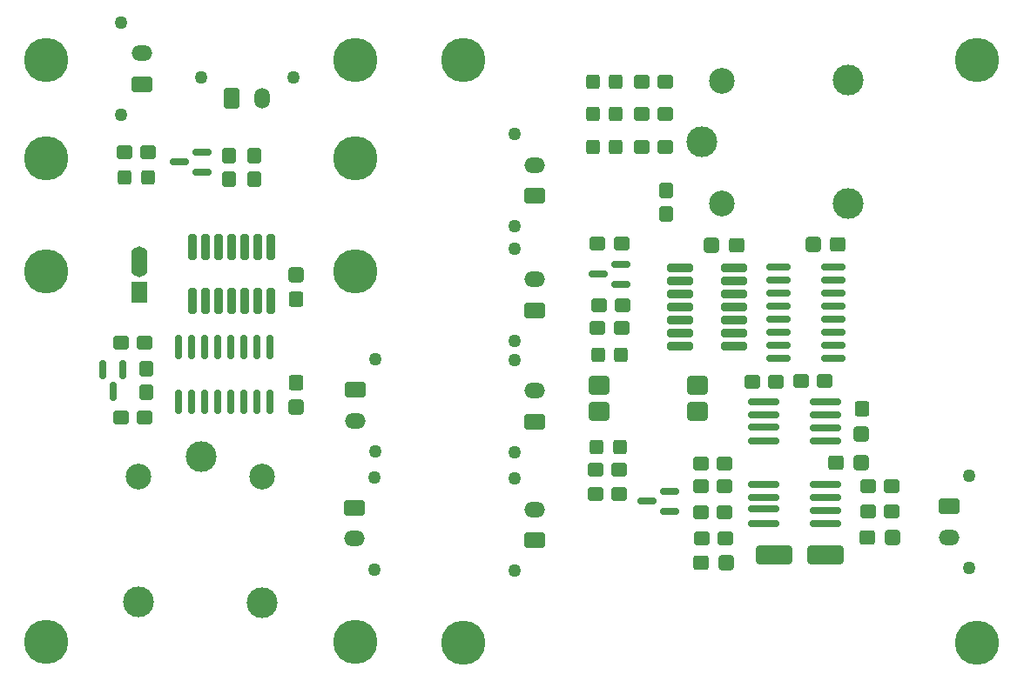
<source format=gbr>
%TF.GenerationSoftware,KiCad,Pcbnew,9.0.2*%
%TF.CreationDate,2025-09-30T17:54:07+08:00*%
%TF.ProjectId,IMD_TSMS_latch_logic,494d445f-5453-44d5-935f-6c617463685f,rev?*%
%TF.SameCoordinates,Original*%
%TF.FileFunction,Soldermask,Top*%
%TF.FilePolarity,Negative*%
%FSLAX46Y46*%
G04 Gerber Fmt 4.6, Leading zero omitted, Abs format (unit mm)*
G04 Created by KiCad (PCBNEW 9.0.2) date 2025-09-30 17:54:07*
%MOMM*%
%LPD*%
G01*
G04 APERTURE LIST*
G04 Aperture macros list*
%AMRoundRect*
0 Rectangle with rounded corners*
0 $1 Rounding radius*
0 $2 $3 $4 $5 $6 $7 $8 $9 X,Y pos of 4 corners*
0 Add a 4 corners polygon primitive as box body*
4,1,4,$2,$3,$4,$5,$6,$7,$8,$9,$2,$3,0*
0 Add four circle primitives for the rounded corners*
1,1,$1+$1,$2,$3*
1,1,$1+$1,$4,$5*
1,1,$1+$1,$6,$7*
1,1,$1+$1,$8,$9*
0 Add four rect primitives between the rounded corners*
20,1,$1+$1,$2,$3,$4,$5,0*
20,1,$1+$1,$4,$5,$6,$7,0*
20,1,$1+$1,$6,$7,$8,$9,0*
20,1,$1+$1,$8,$9,$2,$3,0*%
G04 Aperture macros list end*
%ADD10C,4.300000*%
%ADD11RoundRect,0.278125X0.474375X0.389375X-0.474375X0.389375X-0.474375X-0.389375X0.474375X-0.389375X0*%
%ADD12RoundRect,0.150000X0.750000X0.150000X-0.750000X0.150000X-0.750000X-0.150000X0.750000X-0.150000X0*%
%ADD13C,3.000000*%
%ADD14C,2.500000*%
%ADD15RoundRect,0.278125X-0.474375X-0.389375X0.474375X-0.389375X0.474375X0.389375X-0.474375X0.389375X0*%
%ADD16RoundRect,0.293478X0.381522X0.406522X-0.381522X0.406522X-0.381522X-0.406522X0.381522X-0.406522X0*%
%ADD17RoundRect,0.120600X-0.281400X1.111400X-0.281400X-1.111400X0.281400X-1.111400X0.281400X1.111400X0*%
%ADD18RoundRect,0.122100X-0.284900X1.109900X-0.284900X-1.109900X0.284900X-1.109900X0.284900X1.109900X0*%
%ADD19RoundRect,0.305575X0.460025X0.412525X-0.460025X0.412525X-0.460025X-0.412525X0.460025X-0.412525X0*%
%ADD20RoundRect,0.308511X0.457089X0.416489X-0.457089X0.416489X-0.457089X-0.416489X0.457089X-0.416489X0*%
%ADD21C,1.270000*%
%ADD22RoundRect,0.250001X-0.759999X0.499999X-0.759999X-0.499999X0.759999X-0.499999X0.759999X0.499999X0*%
%ADD23O,2.020000X1.500000*%
%ADD24RoundRect,0.278125X0.389375X-0.474375X0.389375X0.474375X-0.389375X0.474375X-0.389375X-0.474375X0*%
%ADD25RoundRect,0.250001X0.759999X-0.499999X0.759999X0.499999X-0.759999X0.499999X-0.759999X-0.499999X0*%
%ADD26RoundRect,0.150000X-1.350000X-0.150000X1.350000X-0.150000X1.350000X0.150000X-1.350000X0.150000X0*%
%ADD27RoundRect,0.150000X-1.337500X-0.150000X1.337500X-0.150000X1.337500X0.150000X-1.337500X0.150000X0*%
%ADD28R,1.600000X2.000000*%
%ADD29O,1.600000X3.000000*%
%ADD30RoundRect,0.250001X-0.499999X-0.759999X0.499999X-0.759999X0.499999X0.759999X-0.499999X0.759999X0*%
%ADD31O,1.500000X2.020000*%
%ADD32RoundRect,0.249999X-0.750001X-0.640001X0.750001X-0.640001X0.750001X0.640001X-0.750001X0.640001X0*%
%ADD33RoundRect,0.150000X-0.150000X0.750000X-0.150000X-0.750000X0.150000X-0.750000X0.150000X0.750000X0*%
%ADD34RoundRect,0.278125X-0.389375X0.474375X-0.389375X-0.474375X0.389375X-0.474375X0.389375X0.474375X0*%
%ADD35RoundRect,0.305575X-0.460025X-0.412525X0.460025X-0.412525X0.460025X0.412525X-0.460025X0.412525X0*%
%ADD36RoundRect,0.308511X-0.457089X-0.416489X0.457089X-0.416489X0.457089X0.416489X-0.457089X0.416489X0*%
%ADD37RoundRect,0.150000X-0.150000X1.000000X-0.150000X-1.000000X0.150000X-1.000000X0.150000X1.000000X0*%
%ADD38RoundRect,0.151250X-0.151250X0.998750X-0.151250X-0.998750X0.151250X-0.998750X0.151250X0.998750X0*%
%ADD39RoundRect,0.148750X-0.148750X1.001250X-0.148750X-1.001250X0.148750X-1.001250X0.148750X1.001250X0*%
%ADD40RoundRect,0.120600X-1.111400X-0.281400X1.111400X-0.281400X1.111400X0.281400X-1.111400X0.281400X0*%
%ADD41RoundRect,0.122100X-1.109900X-0.284900X1.109900X-0.284900X1.109900X0.284900X-1.109900X0.284900X0*%
%ADD42RoundRect,0.250000X-1.500000X-0.650000X1.500000X-0.650000X1.500000X0.650000X-1.500000X0.650000X0*%
%ADD43RoundRect,0.305575X-0.412525X0.460025X-0.412525X-0.460025X0.412525X-0.460025X0.412525X0.460025X0*%
%ADD44RoundRect,0.308511X-0.416489X0.457089X-0.416489X-0.457089X0.416489X-0.457089X0.416489X0.457089X0*%
%ADD45RoundRect,0.305575X0.412525X-0.460025X0.412525X0.460025X-0.412525X0.460025X-0.412525X-0.460025X0*%
%ADD46RoundRect,0.308511X0.416489X-0.457089X0.416489X0.457089X-0.416489X0.457089X-0.416489X-0.457089X0*%
%ADD47RoundRect,0.150000X-1.000000X-0.150000X1.000000X-0.150000X1.000000X0.150000X-1.000000X0.150000X0*%
%ADD48RoundRect,0.151250X-0.998750X-0.151250X0.998750X-0.151250X0.998750X0.151250X-0.998750X0.151250X0*%
%ADD49RoundRect,0.148750X-1.001250X-0.148750X1.001250X-0.148750X1.001250X0.148750X-1.001250X0.148750X0*%
G04 APERTURE END LIST*
D10*
%TO.C,H12*%
X115000000Y-85000000D03*
%TD*%
D11*
%TO.C,R5*%
X167157500Y-116882500D03*
X164852500Y-116882500D03*
%TD*%
%TO.C,R17*%
X145152500Y-83850000D03*
X142847500Y-83850000D03*
%TD*%
D12*
%TO.C,Q5*%
X145605000Y-119300000D03*
X145605000Y-117400000D03*
X143405000Y-118350000D03*
%TD*%
D13*
%TO.C,K1*%
X148755000Y-83350000D03*
D14*
X150705000Y-89400000D03*
D13*
X162905000Y-89400000D03*
X162955000Y-77350000D03*
D14*
X150705000Y-77400000D03*
%TD*%
D15*
%TO.C,R10*%
X138597500Y-101467500D03*
X140902500Y-101467500D03*
%TD*%
D16*
%TO.C,D6*%
X140375000Y-77500000D03*
X138125000Y-77500000D03*
%TD*%
D12*
%TO.C,Q2*%
X100100000Y-86285000D03*
X100100000Y-84385000D03*
X97900000Y-85335000D03*
%TD*%
D15*
%TO.C,R12*%
X138352500Y-115317500D03*
X140657500Y-115317500D03*
%TD*%
D11*
%TO.C,R19*%
X145152500Y-77533552D03*
X142847500Y-77533552D03*
%TD*%
D12*
%TO.C,Q6*%
X140850000Y-97200000D03*
X140850000Y-95300000D03*
X138650000Y-96250000D03*
%TD*%
D17*
%TO.C,U4*%
X106810000Y-93630000D03*
X105540000Y-93630000D03*
X104270000Y-93630000D03*
X103000000Y-93630000D03*
X101730000Y-93630000D03*
X100460000Y-93630000D03*
X99190000Y-93630000D03*
X99190000Y-98870000D03*
D18*
X100455000Y-98870000D03*
D17*
X101730000Y-98870000D03*
X103000000Y-98870000D03*
X104270000Y-98870000D03*
X105540000Y-98870000D03*
X106810000Y-98870000D03*
%TD*%
D19*
%TO.C,C6*%
X161970600Y-93356900D03*
D20*
X159539400Y-93350000D03*
%TD*%
D10*
%TO.C,H1*%
X175502500Y-132120000D03*
%TD*%
D15*
%TO.C,R1*%
X164852500Y-119317500D03*
X167157500Y-119317500D03*
%TD*%
D21*
%TO.C,J8*%
X116960000Y-104500000D03*
X116960000Y-113500000D03*
D22*
X115000000Y-107500000D03*
D23*
X115000000Y-110500000D03*
%TD*%
D11*
%TO.C,R23*%
X150907500Y-116882500D03*
X148602500Y-116882500D03*
%TD*%
D24*
%TO.C,R20*%
X105217500Y-86987500D03*
X105217500Y-84682500D03*
%TD*%
D21*
%TO.C,J7*%
X130540000Y-102750000D03*
X130540000Y-93750000D03*
D25*
X132500000Y-99750000D03*
D23*
X132500000Y-96750000D03*
%TD*%
D10*
%TO.C,H11*%
X85000000Y-85000000D03*
%TD*%
D26*
%TO.C,U6*%
X154755000Y-108695000D03*
X154755000Y-109965000D03*
D27*
X154742500Y-111100000D03*
D26*
X154755000Y-112505000D03*
X160755000Y-112505000D03*
X160755000Y-111235000D03*
X160755000Y-109965000D03*
X160755000Y-108695000D03*
%TD*%
D28*
%TO.C,C8*%
X94000000Y-98000000D03*
D29*
X94000000Y-95000000D03*
%TD*%
D24*
%TO.C,R22*%
X145217500Y-90402500D03*
X145217500Y-88097500D03*
%TD*%
D11*
%TO.C,R3*%
X140902500Y-93282500D03*
X138597500Y-93282500D03*
%TD*%
D21*
%TO.C,SW1*%
X130477500Y-125132500D03*
X130477500Y-116132500D03*
D25*
X132437500Y-122132500D03*
D23*
X132437500Y-119132500D03*
%TD*%
D21*
%TO.C,J6*%
X100000000Y-77125000D03*
X109000000Y-77125000D03*
D30*
X103000000Y-79085000D03*
D31*
X106000000Y-79085000D03*
%TD*%
D32*
%TO.C,U5*%
X138740000Y-107080000D03*
X138740000Y-109620000D03*
X148270000Y-109620000D03*
X148270000Y-107080000D03*
%TD*%
D10*
%TO.C,H10*%
X115000000Y-75370000D03*
%TD*%
D21*
%TO.C,J3*%
X130545000Y-91600000D03*
X130545000Y-82600000D03*
D25*
X132505000Y-88600000D03*
D23*
X132505000Y-85600000D03*
%TD*%
D15*
%TO.C,R26*%
X92262500Y-102912500D03*
X94567500Y-102912500D03*
%TD*%
D21*
%TO.C,J9*%
X116875000Y-116000000D03*
X116875000Y-125000000D03*
D22*
X114915000Y-119000000D03*
D23*
X114915000Y-122000000D03*
%TD*%
D19*
%TO.C,C5*%
X152070600Y-93471900D03*
D20*
X149639400Y-93465000D03*
%TD*%
D11*
%TO.C,R7*%
X150907500Y-119382500D03*
X148602500Y-119382500D03*
%TD*%
%TO.C,R21*%
X94902500Y-84367500D03*
X92597500Y-84367500D03*
%TD*%
D10*
%TO.C,H3*%
X125502500Y-75370000D03*
%TD*%
%TO.C,H4*%
X175502500Y-75370000D03*
%TD*%
D33*
%TO.C,Q3*%
X92397500Y-105497500D03*
X90497500Y-105497500D03*
X91447500Y-107697500D03*
%TD*%
D34*
%TO.C,R27*%
X94730000Y-105445000D03*
X94730000Y-107750000D03*
%TD*%
D10*
%TO.C,H7*%
X85000000Y-132000000D03*
%TD*%
D35*
%TO.C,C2*%
X148636900Y-124343100D03*
D36*
X151068100Y-124350000D03*
%TD*%
D35*
%TO.C,C1*%
X164789400Y-121843100D03*
D36*
X167220600Y-121850000D03*
%TD*%
D35*
%TO.C,C9*%
X161789400Y-114593100D03*
D36*
X164220600Y-114600000D03*
%TD*%
D37*
%TO.C,U3*%
X106695000Y-103350000D03*
X105425000Y-103350000D03*
X104155000Y-103350000D03*
X102885000Y-103350000D03*
X101615000Y-103350000D03*
D38*
X100347500Y-103350000D03*
D37*
X99075000Y-103350000D03*
X97805000Y-103350000D03*
X97805000Y-108650000D03*
X99075000Y-108650000D03*
X100345000Y-108650000D03*
X101615000Y-108650000D03*
X102885000Y-108650000D03*
D39*
X104152500Y-108650000D03*
D37*
X105425000Y-108650000D03*
X106695000Y-108650000D03*
%TD*%
D15*
%TO.C,R24*%
X148692500Y-121952500D03*
X150997500Y-121952500D03*
%TD*%
D21*
%TO.C,J4*%
X174755000Y-115850000D03*
X174755000Y-124850000D03*
D22*
X172795000Y-118850000D03*
D23*
X172795000Y-121850000D03*
%TD*%
D40*
%TO.C,U1*%
X146605000Y-95655000D03*
X146605000Y-96925000D03*
X146605000Y-98195000D03*
X146605000Y-99465000D03*
X146605000Y-100735000D03*
X146605000Y-102005000D03*
X146605000Y-103275000D03*
X151845000Y-103275000D03*
D41*
X151845000Y-102010000D03*
D40*
X151845000Y-100735000D03*
X151845000Y-99465000D03*
X151845000Y-98195000D03*
X151845000Y-96925000D03*
X151845000Y-95655000D03*
%TD*%
D11*
%TO.C,R25*%
X141000000Y-99250000D03*
X138695000Y-99250000D03*
%TD*%
D16*
%TO.C,D7*%
X94875000Y-86835000D03*
X92625000Y-86835000D03*
%TD*%
D10*
%TO.C,H2*%
X125502500Y-132120000D03*
%TD*%
D13*
%TO.C,K2*%
X100000000Y-114000000D03*
D14*
X93950000Y-115950000D03*
D13*
X93950000Y-128150000D03*
X106000000Y-128200000D03*
D14*
X105950000Y-115950000D03*
%TD*%
D15*
%TO.C,R9*%
X148597500Y-114685000D03*
X150902500Y-114685000D03*
%TD*%
D10*
%TO.C,H9*%
X85000000Y-96000000D03*
%TD*%
D26*
%TO.C,IC1*%
X154755000Y-116695000D03*
X154755000Y-117965000D03*
D27*
X154742500Y-119100000D03*
D26*
X154755000Y-120505000D03*
X160755000Y-120505000D03*
X160755000Y-119235000D03*
X160755000Y-117965000D03*
X160755000Y-116695000D03*
%TD*%
D10*
%TO.C,H5*%
X115000000Y-132000000D03*
%TD*%
D15*
%TO.C,R2*%
X153597500Y-106717500D03*
X155902500Y-106717500D03*
%TD*%
D11*
%TO.C,R8*%
X140657500Y-117632500D03*
X138352500Y-117632500D03*
%TD*%
D21*
%TO.C,J1*%
X130545000Y-113600000D03*
X130545000Y-104600000D03*
D25*
X132505000Y-110600000D03*
D23*
X132505000Y-107600000D03*
%TD*%
D16*
%TO.C,D5*%
X140375000Y-80640000D03*
X138125000Y-80640000D03*
%TD*%
%TO.C,D3*%
X140727500Y-113067500D03*
X138477500Y-113067500D03*
%TD*%
D42*
%TO.C,D1*%
X155755000Y-123600000D03*
X160755000Y-123600000D03*
%TD*%
D43*
%TO.C,C10*%
X164261900Y-109384400D03*
D44*
X164255000Y-111815600D03*
%TD*%
D11*
%TO.C,R14*%
X160657500Y-106632500D03*
X158352500Y-106632500D03*
%TD*%
%TO.C,R18*%
X145152500Y-80673552D03*
X142847500Y-80673552D03*
%TD*%
D15*
%TO.C,R28*%
X92262500Y-110162500D03*
X94567500Y-110162500D03*
%TD*%
D45*
%TO.C,C4*%
X109243100Y-98715600D03*
D46*
X109250000Y-96284400D03*
%TD*%
D43*
%TO.C,C7*%
X109256900Y-106784400D03*
D44*
X109250000Y-109215600D03*
%TD*%
D21*
%TO.C,J5*%
X92290000Y-80750000D03*
X92290000Y-71750000D03*
D25*
X94250000Y-77750000D03*
D23*
X94250000Y-74750000D03*
%TD*%
D10*
%TO.C,H6*%
X115000000Y-96000000D03*
%TD*%
D16*
%TO.C,D2*%
X140880000Y-104100000D03*
X138630000Y-104100000D03*
%TD*%
D24*
%TO.C,R4*%
X102717500Y-86987500D03*
X102717500Y-84682500D03*
%TD*%
D16*
%TO.C,D4*%
X140375000Y-83850000D03*
X138125000Y-83850000D03*
%TD*%
D10*
%TO.C,H8*%
X85000000Y-75370000D03*
%TD*%
D47*
%TO.C,U2*%
X156205000Y-95520000D03*
X156205000Y-96790000D03*
X156205000Y-98060000D03*
X156205000Y-99330000D03*
X156205000Y-100600000D03*
D48*
X156205000Y-101867500D03*
D47*
X156205000Y-103140000D03*
X156205000Y-104410000D03*
X161505000Y-104410000D03*
X161505000Y-103140000D03*
X161505000Y-101870000D03*
X161505000Y-100600000D03*
X161505000Y-99330000D03*
D49*
X161505000Y-98062500D03*
D47*
X161505000Y-96790000D03*
X161505000Y-95520000D03*
%TD*%
M02*

</source>
